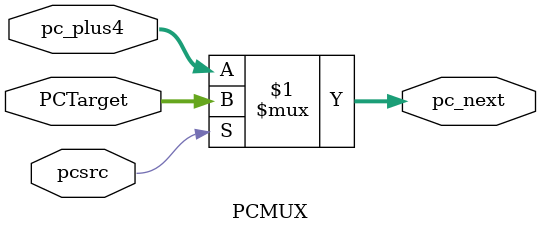
<source format=v>
`timescale 1ns / 1ps

module PCMUX(
    input wire [31 : 0] pc_plus4,
    input wire [31 : 0] PCTarget,
    input wire pcsrc ,
    output wire [31 : 0] pc_next
);
assign pc_next = (pcsrc) ? PCTarget : pc_plus4;
endmodule

</source>
